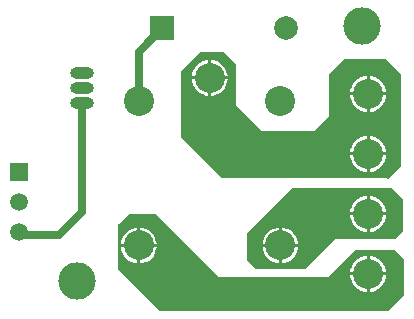
<source format=gbl>
%FSLAX25Y25*%
%MOIN*%
G70*
G01*
G75*
G04 Layer_Physical_Order=2*
G04 Layer_Color=16711680*
%ADD10R,0.03543X0.03150*%
%ADD11R,0.03150X0.03543*%
%ADD12C,0.02500*%
%ADD13O,0.07874X0.03937*%
%ADD14O,0.07874X0.03937*%
%ADD15C,0.10000*%
%ADD16C,0.07874*%
%ADD17R,0.07874X0.07874*%
%ADD18C,0.12500*%
%ADD19R,0.05906X0.05906*%
%ADD20C,0.05906*%
G36*
X412000Y308500D02*
Y294500D01*
X420500Y286000D01*
X438000D01*
X443000Y291000D01*
Y305000D01*
X448000Y310000D01*
X462000D01*
X467000Y305000D01*
Y274500D01*
X462500Y270000D01*
X462000Y270500D01*
X407000D01*
X393500Y284000D01*
Y306000D01*
X400000Y312500D01*
X408000D01*
X412000Y308500D01*
D02*
G37*
G36*
X467500Y263500D02*
Y252500D01*
X465000Y250000D01*
X445000D01*
X437500Y242500D01*
X435000Y240000D01*
X418500D01*
X415500Y243000D01*
Y252000D01*
X430500Y267000D01*
X464000D01*
X467500Y263500D01*
D02*
G37*
G36*
X390500Y253000D02*
X406000Y237500D01*
X442500D01*
X451500Y246500D01*
X465000D01*
X468000Y243500D01*
Y231500D01*
X462500Y226000D01*
X386500D01*
X372500Y240000D01*
Y255000D01*
X373000D01*
X376500Y258500D01*
X385000D01*
X390500Y253000D01*
D02*
G37*
%LPC*%
G36*
X380000Y253948D02*
Y248468D01*
X385480D01*
X385413Y249145D01*
X385070Y250276D01*
X384513Y251318D01*
X383763Y252232D01*
X382850Y252981D01*
X381807Y253539D01*
X380676Y253882D01*
X380000Y253948D01*
D02*
G37*
G36*
X379000D02*
X378324Y253882D01*
X377193Y253539D01*
X376150Y252981D01*
X375237Y252232D01*
X374487Y251318D01*
X373930Y250276D01*
X373587Y249145D01*
X373520Y248468D01*
X379000D01*
Y253948D01*
D02*
G37*
G36*
X432724Y247468D02*
X427244D01*
Y241989D01*
X427920Y242055D01*
X429051Y242398D01*
X430094Y242955D01*
X431007Y243705D01*
X431757Y244619D01*
X432314Y245661D01*
X432657Y246792D01*
X432724Y247468D01*
D02*
G37*
G36*
X426244Y253948D02*
X425568Y253882D01*
X424437Y253539D01*
X423394Y252981D01*
X422481Y252232D01*
X421731Y251318D01*
X421174Y250276D01*
X420831Y249145D01*
X420764Y248468D01*
X426244D01*
Y253948D01*
D02*
G37*
G36*
X455500Y258000D02*
X450020D01*
X450087Y257324D01*
X450430Y256193D01*
X450987Y255151D01*
X451737Y254237D01*
X452650Y253487D01*
X453693Y252930D01*
X454824Y252587D01*
X455500Y252520D01*
Y258000D01*
D02*
G37*
G36*
X427244Y253948D02*
Y248468D01*
X432724D01*
X432657Y249145D01*
X432314Y250276D01*
X431757Y251318D01*
X431007Y252232D01*
X430094Y252981D01*
X429051Y253539D01*
X427920Y253882D01*
X427244Y253948D01*
D02*
G37*
G36*
X455500Y244480D02*
X454824Y244413D01*
X453693Y244070D01*
X452650Y243513D01*
X451737Y242763D01*
X450987Y241849D01*
X450430Y240807D01*
X450087Y239676D01*
X450020Y239000D01*
X455500D01*
Y244480D01*
D02*
G37*
G36*
X461980Y238000D02*
X456500D01*
Y232520D01*
X457176Y232587D01*
X458307Y232930D01*
X459349Y233487D01*
X460263Y234237D01*
X461013Y235151D01*
X461570Y236193D01*
X461913Y237324D01*
X461980Y238000D01*
D02*
G37*
G36*
X455500D02*
X450020D01*
X450087Y237324D01*
X450430Y236193D01*
X450987Y235151D01*
X451737Y234237D01*
X452650Y233487D01*
X453693Y232930D01*
X454824Y232587D01*
X455500Y232520D01*
Y238000D01*
D02*
G37*
G36*
X456500Y244480D02*
Y239000D01*
X461980D01*
X461913Y239676D01*
X461570Y240807D01*
X461013Y241849D01*
X460263Y242763D01*
X459349Y243513D01*
X458307Y244070D01*
X457176Y244413D01*
X456500Y244480D01*
D02*
G37*
G36*
X426244Y247468D02*
X420764D01*
X420831Y246792D01*
X421174Y245661D01*
X421731Y244619D01*
X422481Y243705D01*
X423394Y242955D01*
X424437Y242398D01*
X425568Y242055D01*
X426244Y241989D01*
Y247468D01*
D02*
G37*
G36*
X385480D02*
X380000D01*
Y241989D01*
X380676Y242055D01*
X381807Y242398D01*
X382850Y242955D01*
X383763Y243705D01*
X384513Y244619D01*
X385070Y245661D01*
X385413Y246792D01*
X385480Y247468D01*
D02*
G37*
G36*
X379000D02*
X373520D01*
X373587Y246792D01*
X373930Y245661D01*
X374487Y244619D01*
X375237Y243705D01*
X376150Y242955D01*
X377193Y242398D01*
X378324Y242055D01*
X379000Y241989D01*
Y247468D01*
D02*
G37*
G36*
X409102Y303374D02*
X403622D01*
Y297894D01*
X404298Y297961D01*
X405429Y298304D01*
X406472Y298861D01*
X407385Y299611D01*
X408135Y300524D01*
X408692Y301567D01*
X409035Y302698D01*
X409102Y303374D01*
D02*
G37*
G36*
X402622D02*
X397142D01*
X397209Y302698D01*
X397552Y301567D01*
X398109Y300524D01*
X398859Y299611D01*
X399773Y298861D01*
X400815Y298304D01*
X401946Y297961D01*
X402622Y297894D01*
Y303374D01*
D02*
G37*
G36*
X461980Y298000D02*
X456500D01*
Y292520D01*
X457176Y292587D01*
X458307Y292930D01*
X459349Y293487D01*
X460263Y294237D01*
X461013Y295150D01*
X461570Y296193D01*
X461913Y297324D01*
X461980Y298000D01*
D02*
G37*
G36*
X455500Y304480D02*
X454824Y304413D01*
X453693Y304070D01*
X452650Y303513D01*
X451737Y302763D01*
X450987Y301850D01*
X450430Y300807D01*
X450087Y299676D01*
X450020Y299000D01*
X455500D01*
Y304480D01*
D02*
G37*
G36*
X403622Y309854D02*
Y304374D01*
X409102D01*
X409035Y305050D01*
X408692Y306181D01*
X408135Y307224D01*
X407385Y308137D01*
X406472Y308887D01*
X405429Y309444D01*
X404298Y309787D01*
X403622Y309854D01*
D02*
G37*
G36*
X402622D02*
X401946Y309787D01*
X400815Y309444D01*
X399773Y308887D01*
X398859Y308137D01*
X398109Y307224D01*
X397552Y306181D01*
X397209Y305050D01*
X397142Y304374D01*
X402622D01*
Y309854D01*
D02*
G37*
G36*
X456500Y304480D02*
Y299000D01*
X461980D01*
X461913Y299676D01*
X461570Y300807D01*
X461013Y301850D01*
X460263Y302763D01*
X459349Y303513D01*
X458307Y304070D01*
X457176Y304413D01*
X456500Y304480D01*
D02*
G37*
G36*
X455500Y298000D02*
X450020D01*
X450087Y297324D01*
X450430Y296193D01*
X450987Y295150D01*
X451737Y294237D01*
X452650Y293487D01*
X453693Y292930D01*
X454824Y292587D01*
X455500Y292520D01*
Y298000D01*
D02*
G37*
G36*
X456500Y264480D02*
Y259000D01*
X461980D01*
X461913Y259676D01*
X461570Y260807D01*
X461013Y261849D01*
X460263Y262763D01*
X459349Y263513D01*
X458307Y264070D01*
X457176Y264413D01*
X456500Y264480D01*
D02*
G37*
G36*
X455500D02*
X454824Y264413D01*
X453693Y264070D01*
X452650Y263513D01*
X451737Y262763D01*
X450987Y261849D01*
X450430Y260807D01*
X450087Y259676D01*
X450020Y259000D01*
X455500D01*
Y264480D01*
D02*
G37*
G36*
X461980Y258000D02*
X456500D01*
Y252520D01*
X457176Y252587D01*
X458307Y252930D01*
X459349Y253487D01*
X460263Y254237D01*
X461013Y255151D01*
X461570Y256193D01*
X461913Y257324D01*
X461980Y258000D01*
D02*
G37*
G36*
X455500Y278000D02*
X450020D01*
X450087Y277324D01*
X450430Y276193D01*
X450987Y275150D01*
X451737Y274237D01*
X452650Y273487D01*
X453693Y272930D01*
X454824Y272587D01*
X455500Y272520D01*
Y278000D01*
D02*
G37*
G36*
X456500Y284480D02*
Y279000D01*
X461980D01*
X461913Y279676D01*
X461570Y280807D01*
X461013Y281850D01*
X460263Y282763D01*
X459349Y283513D01*
X458307Y284070D01*
X457176Y284413D01*
X456500Y284480D01*
D02*
G37*
G36*
X455500D02*
X454824Y284413D01*
X453693Y284070D01*
X452650Y283513D01*
X451737Y282763D01*
X450987Y281850D01*
X450430Y280807D01*
X450087Y279676D01*
X450020Y279000D01*
X455500D01*
Y284480D01*
D02*
G37*
G36*
X461980Y278000D02*
X456500D01*
Y272520D01*
X457176Y272587D01*
X458307Y272930D01*
X459349Y273487D01*
X460263Y274237D01*
X461013Y275150D01*
X461570Y276193D01*
X461913Y277324D01*
X461980Y278000D01*
D02*
G37*
%LPD*%
D12*
X379500Y312591D02*
X387409Y320500D01*
X379500Y296000D02*
Y312591D01*
X360500Y259000D02*
Y295500D01*
X353000Y251500D02*
X360500Y259000D01*
X340500Y251500D02*
X353000D01*
X339500Y252500D02*
X340500Y251500D01*
D13*
X360500Y305500D02*
D03*
Y295500D02*
D03*
D14*
Y300500D02*
D03*
D15*
X456000Y278500D02*
D03*
Y298500D02*
D03*
Y238500D02*
D03*
Y258500D02*
D03*
X379500Y247969D02*
D03*
X426744D02*
D03*
X403122Y303874D02*
D03*
X426744Y296000D02*
D03*
X379500D02*
D03*
D16*
X428590Y320500D02*
D03*
D17*
X387409D02*
D03*
D18*
X359000Y236000D02*
D03*
X454000Y321000D02*
D03*
D19*
X339500Y272500D02*
D03*
D20*
Y262500D02*
D03*
Y252500D02*
D03*
M02*

</source>
